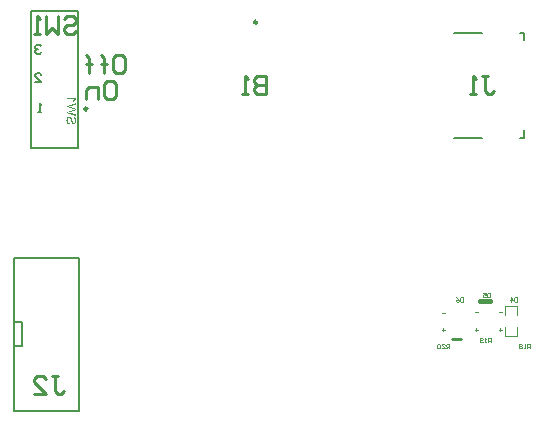
<source format=gbo>
G04*
G04 #@! TF.GenerationSoftware,Altium Limited,CircuitMaker,2.2.1 (2.2.1.6)*
G04*
G04 Layer_Color=13813960*
%FSAX24Y24*%
%MOIN*%
G70*
G04*
G04 #@! TF.SameCoordinates,15A7914E-F671-45A4-99F6-4AAA3CFDCD00*
G04*
G04*
G04 #@! TF.FilePolarity,Positive*
G04*
G01*
G75*
%ADD10C,0.0098*%
%ADD11C,0.0079*%
%ADD14C,0.0100*%
%ADD16C,0.0025*%
%ADD17C,0.0050*%
%ADD117C,0.0157*%
%ADD118C,0.0032*%
G36*
X019471Y021540D02*
X019463Y021536D01*
X019456Y021531D01*
X019448Y021525D01*
X019442Y021519D01*
X019436Y021514D01*
X019432Y021509D01*
X019430Y021508D01*
X019429Y021506D01*
X019429Y021506D01*
X019428Y021505D01*
X019420Y021496D01*
X019413Y021486D01*
X019406Y021477D01*
X019401Y021467D01*
X019397Y021460D01*
X019395Y021456D01*
X019393Y021454D01*
X019392Y021451D01*
X019392Y021449D01*
X019391Y021448D01*
Y021448D01*
X019353D01*
X019356Y021455D01*
X019359Y021462D01*
X019362Y021469D01*
X019365Y021475D01*
X019368Y021481D01*
X019370Y021485D01*
X019372Y021488D01*
X019373Y021489D01*
Y021489D01*
X019378Y021497D01*
X019383Y021505D01*
X019387Y021511D01*
X019392Y021516D01*
X019395Y021521D01*
X019398Y021524D01*
X019399Y021526D01*
X019400Y021527D01*
X019150D01*
Y021566D01*
X019471D01*
Y021540D01*
D02*
G37*
G36*
X019470Y021351D02*
X019264Y021302D01*
X019250Y021298D01*
X019237Y021295D01*
X019225Y021292D01*
X019215Y021290D01*
X019210Y021289D01*
X019206Y021288D01*
X019203Y021287D01*
X019200Y021287D01*
X019198Y021286D01*
X019196D01*
X019195Y021285D01*
X019194D01*
X019215Y021282D01*
X019235Y021278D01*
X019253Y021274D01*
X019262Y021272D01*
X019271Y021270D01*
X019279Y021268D01*
X019286Y021266D01*
X019292Y021264D01*
X019297Y021263D01*
X019302Y021262D01*
X019305Y021261D01*
X019307Y021260D01*
X019308D01*
X019470Y021215D01*
Y021163D01*
X019253Y021103D01*
X019252Y021102D01*
X019249Y021101D01*
X019245Y021101D01*
X019241Y021100D01*
X019236Y021098D01*
X019231Y021097D01*
X019221Y021095D01*
X019211Y021092D01*
X019206Y021091D01*
X019203Y021090D01*
X019199Y021089D01*
X019197Y021089D01*
X019195Y021088D01*
X019194D01*
X019206Y021086D01*
X019218Y021083D01*
X019229Y021081D01*
X019239Y021079D01*
X019244Y021078D01*
X019248Y021077D01*
X019251Y021076D01*
X019254Y021076D01*
X019257Y021075D01*
X019259Y021075D01*
X019259Y021074D01*
X019260D01*
X019470Y021027D01*
Y020983D01*
X019150Y021066D01*
Y021111D01*
X019393Y021178D01*
X019399Y021180D01*
X019406Y021181D01*
X019412Y021183D01*
X019418Y021185D01*
X019423Y021186D01*
X019427Y021187D01*
X019430Y021187D01*
X019430Y021188D01*
X019431D01*
X019430Y021188D01*
X019427Y021189D01*
X019422Y021190D01*
X019416Y021192D01*
X019410Y021194D01*
X019404Y021195D01*
X019399Y021197D01*
X019396Y021197D01*
X019395Y021198D01*
X019394Y021198D01*
X019393D01*
X019150Y021265D01*
Y021307D01*
X019470Y021394D01*
Y021351D01*
D02*
G37*
G36*
X019249Y020954D02*
X019258Y020952D01*
X019266Y020950D01*
X019272Y020948D01*
X019278Y020945D01*
X019282Y020943D01*
X019284Y020941D01*
X019285Y020941D01*
X019292Y020935D01*
X019298Y020929D01*
X019304Y020922D01*
X019309Y020915D01*
X019313Y020909D01*
X019315Y020904D01*
X019316Y020902D01*
X019317Y020901D01*
X019318Y020900D01*
Y020899D01*
X019320Y020895D01*
X019321Y020891D01*
X019323Y020886D01*
X019325Y020880D01*
X019328Y020869D01*
X019331Y020857D01*
X019332Y020851D01*
X019334Y020846D01*
X019335Y020841D01*
X019336Y020837D01*
X019337Y020834D01*
X019338Y020831D01*
X019338Y020829D01*
Y020828D01*
X019340Y020819D01*
X019342Y020811D01*
X019345Y020803D01*
X019346Y020797D01*
X019349Y020791D01*
X019351Y020786D01*
X019352Y020781D01*
X019354Y020777D01*
X019356Y020774D01*
X019357Y020771D01*
X019358Y020769D01*
X019359Y020767D01*
X019361Y020765D01*
X019361Y020765D01*
X019366Y020761D01*
X019370Y020758D01*
X019375Y020755D01*
X019380Y020754D01*
X019383Y020753D01*
X019387Y020753D01*
X019388D01*
X019389D01*
X019397Y020754D01*
X019403Y020755D01*
X019409Y020758D01*
X019414Y020761D01*
X019418Y020764D01*
X019421Y020767D01*
X019423Y020769D01*
X019423Y020770D01*
X019425Y020773D01*
X019428Y020777D01*
X019431Y020786D01*
X019434Y020795D01*
X019436Y020804D01*
X019436Y020813D01*
X019437Y020816D01*
X019437Y020819D01*
Y020826D01*
X019437Y020839D01*
X019435Y020850D01*
X019432Y020859D01*
X019430Y020867D01*
X019427Y020873D01*
X019424Y020878D01*
X019422Y020880D01*
X019422Y020881D01*
X019415Y020888D01*
X019408Y020893D01*
X019401Y020897D01*
X019393Y020900D01*
X019387Y020901D01*
X019381Y020903D01*
X019379Y020903D01*
X019378Y020904D01*
X019377D01*
X019376D01*
X019380Y020944D01*
X019390Y020943D01*
X019399Y020941D01*
X019408Y020939D01*
X019415Y020936D01*
X019421Y020933D01*
X019426Y020931D01*
X019427Y020930D01*
X019429Y020929D01*
X019429Y020928D01*
X019430D01*
X019437Y020922D01*
X019444Y020916D01*
X019450Y020909D01*
X019455Y020902D01*
X019459Y020896D01*
X019461Y020891D01*
X019462Y020889D01*
X019463Y020888D01*
X019464Y020887D01*
Y020887D01*
X019467Y020876D01*
X019470Y020865D01*
X019472Y020855D01*
X019474Y020846D01*
X019475Y020837D01*
Y020834D01*
X019475Y020830D01*
Y020824D01*
X019475Y020812D01*
X019473Y020802D01*
X019472Y020791D01*
X019470Y020783D01*
X019468Y020776D01*
X019467Y020773D01*
X019466Y020770D01*
X019465Y020768D01*
X019465Y020767D01*
X019464Y020766D01*
Y020766D01*
X019460Y020756D01*
X019454Y020748D01*
X019449Y020741D01*
X019444Y020736D01*
X019439Y020731D01*
X019436Y020728D01*
X019433Y020726D01*
X019432Y020725D01*
X019432D01*
X019424Y020721D01*
X019416Y020718D01*
X019408Y020715D01*
X019401Y020714D01*
X019395Y020713D01*
X019391Y020712D01*
X019389D01*
X019387D01*
X019387D01*
X019387D01*
X019379Y020712D01*
X019371Y020714D01*
X019364Y020716D01*
X019358Y020718D01*
X019354Y020719D01*
X019350Y020721D01*
X019348Y020723D01*
X019347Y020723D01*
X019340Y020728D01*
X019334Y020733D01*
X019329Y020739D01*
X019325Y020744D01*
X019321Y020749D01*
X019319Y020753D01*
X019317Y020756D01*
X019317Y020756D01*
Y020757D01*
X019315Y020761D01*
X019313Y020765D01*
X019310Y020774D01*
X019307Y020785D01*
X019303Y020795D01*
X019301Y020804D01*
X019300Y020808D01*
X019299Y020812D01*
X019298Y020815D01*
X019297Y020817D01*
X019297Y020818D01*
Y020819D01*
X019295Y020827D01*
X019293Y020834D01*
X019291Y020840D01*
X019290Y020846D01*
X019289Y020852D01*
X019287Y020856D01*
X019286Y020860D01*
X019285Y020864D01*
X019284Y020867D01*
X019284Y020869D01*
X019282Y020873D01*
X019282Y020875D01*
X019281Y020876D01*
X019278Y020882D01*
X019275Y020889D01*
X019272Y020894D01*
X019269Y020897D01*
X019266Y020901D01*
X019265Y020902D01*
X019263Y020904D01*
X019263Y020904D01*
X019259Y020907D01*
X019254Y020910D01*
X019249Y020911D01*
X019246Y020913D01*
X019242Y020913D01*
X019239Y020913D01*
X019237D01*
X019236D01*
X019231Y020913D01*
X019226Y020912D01*
X019221Y020911D01*
X019217Y020909D01*
X019214Y020907D01*
X019211Y020906D01*
X019210Y020905D01*
X019209Y020904D01*
X019205Y020901D01*
X019201Y020896D01*
X019198Y020891D01*
X019194Y020887D01*
X019193Y020883D01*
X019191Y020880D01*
X019190Y020877D01*
X019189Y020876D01*
X019187Y020870D01*
X019185Y020862D01*
X019184Y020855D01*
X019183Y020848D01*
X019183Y020843D01*
X019182Y020838D01*
Y020834D01*
X019183Y020824D01*
X019184Y020815D01*
X019185Y020806D01*
X019187Y020799D01*
X019189Y020793D01*
X019190Y020788D01*
X019191Y020787D01*
X019191Y020785D01*
X019192Y020785D01*
Y020785D01*
X019195Y020777D01*
X019199Y020770D01*
X019204Y020765D01*
X019208Y020761D01*
X019211Y020757D01*
X019214Y020755D01*
X019216Y020753D01*
X019217Y020753D01*
X019223Y020749D01*
X019229Y020746D01*
X019236Y020744D01*
X019242Y020742D01*
X019248Y020741D01*
X019252Y020740D01*
X019254D01*
X019255Y020740D01*
X019256D01*
X019256D01*
X019253Y020700D01*
X019241Y020701D01*
X019230Y020703D01*
X019220Y020706D01*
X019211Y020709D01*
X019205Y020712D01*
X019202Y020713D01*
X019199Y020714D01*
X019198Y020716D01*
X019196Y020716D01*
X019195Y020717D01*
X019195D01*
X019186Y020724D01*
X019178Y020731D01*
X019172Y020739D01*
X019166Y020747D01*
X019162Y020753D01*
X019159Y020759D01*
X019158Y020761D01*
X019157Y020762D01*
X019157Y020763D01*
Y020763D01*
X019153Y020775D01*
X019150Y020787D01*
X019148Y020799D01*
X019146Y020810D01*
X019145Y020816D01*
X019145Y020821D01*
Y020825D01*
X019144Y020828D01*
Y020836D01*
X019145Y020848D01*
X019146Y020860D01*
X019149Y020870D01*
X019151Y020879D01*
X019153Y020887D01*
X019154Y020890D01*
X019155Y020893D01*
X019156Y020894D01*
X019156Y020896D01*
X019157Y020897D01*
Y020897D01*
X019162Y020907D01*
X019168Y020915D01*
X019174Y020923D01*
X019179Y020929D01*
X019184Y020933D01*
X019188Y020937D01*
X019191Y020939D01*
X019191Y020939D01*
X019192D01*
X019200Y020944D01*
X019209Y020948D01*
X019217Y020950D01*
X019224Y020952D01*
X019230Y020953D01*
X019235Y020954D01*
X019237D01*
X019239D01*
X019239D01*
X019240D01*
X019249Y020954D01*
D02*
G37*
D10*
X025500Y024099D02*
G03*
X025500Y024099I-000049J000000D01*
G01*
X019843Y021216D02*
G03*
X019843Y021216I-000049J000000D01*
G01*
D11*
X017650Y013300D02*
Y014100D01*
X017400Y013300D02*
X017650D01*
X017400Y014100D02*
X017650D01*
X017400Y011150D02*
X019550D01*
Y016250D01*
X017400D02*
X019550D01*
X017400Y011150D02*
Y016250D01*
X017963Y019917D02*
X019537D01*
X017963D02*
Y024483D01*
X019537D01*
Y019917D02*
Y024483D01*
X034400Y020250D02*
Y020500D01*
X034250Y020250D02*
X034400D01*
Y023500D02*
Y023750D01*
X034250D02*
X034400D01*
X032050D02*
X033000D01*
X032050Y020250D02*
X033000D01*
D14*
X032000Y013530D02*
X032300D01*
X020500Y022150D02*
X020700D01*
X020800Y022050D01*
Y021650D01*
X020700Y021550D01*
X020500D01*
X020400Y021650D01*
Y022050D01*
X020500Y022150D01*
X020200Y021550D02*
Y021950D01*
X019900D01*
X019800Y021850D01*
Y021550D01*
X020800Y023000D02*
X021000D01*
X021100Y022900D01*
Y022500D01*
X021000Y022400D01*
X020800D01*
X020700Y022500D01*
Y022900D01*
X020800Y023000D01*
X020400Y022400D02*
Y022900D01*
Y022700D01*
X020500D01*
X020300D01*
X020400D01*
Y022900D01*
X020300Y023000D01*
X019900Y022400D02*
Y022900D01*
Y022700D01*
X020000D01*
X019800D01*
X019900D01*
Y022900D01*
X019800Y023000D01*
X019050Y024200D02*
X019150Y024300D01*
X019350D01*
X019450Y024200D01*
Y024100D01*
X019350Y024000D01*
X019150D01*
X019050Y023900D01*
Y023800D01*
X019150Y023700D01*
X019350D01*
X019450Y023800D01*
X018850Y024300D02*
Y023700D01*
X018650Y023900D01*
X018450Y023700D01*
Y024300D01*
X018250Y023700D02*
X018050D01*
X018150D01*
Y024300D01*
X018250Y024200D01*
X018650Y012300D02*
X018850D01*
X018750D01*
Y011800D01*
X018850Y011700D01*
X018950D01*
X019050Y011800D01*
X018050Y011700D02*
X018450D01*
X018050Y012100D01*
Y012200D01*
X018150Y012300D01*
X018350D01*
X018450Y012200D01*
X033000Y022300D02*
X033200D01*
X033100D01*
Y021800D01*
X033200Y021700D01*
X033300D01*
X033400Y021800D01*
X032800Y021700D02*
X032600D01*
X032700D01*
Y022300D01*
X032800Y022200D01*
X025800Y022300D02*
Y021700D01*
X025500D01*
X025400Y021800D01*
Y021900D01*
X025500Y022000D01*
X025800D01*
X025500D01*
X025400Y022100D01*
Y022200D01*
X025500Y022300D01*
X025800D01*
X025200Y021700D02*
X025000D01*
X025100D01*
Y022300D01*
X025200Y022200D01*
D16*
X031650Y014400D02*
X031750D01*
X032750Y014450D02*
X032850D01*
X032750Y013850D02*
X032850D01*
X032800Y013900D02*
Y013800D01*
X033550Y014450D02*
X033650D01*
X033550Y013850D02*
X033650D01*
X033600Y013900D02*
Y013800D01*
X031650Y013850D02*
X031750D01*
X031700Y013900D02*
Y013800D01*
X031900Y013225D02*
Y013375D01*
X031825D01*
X031800Y013350D01*
Y013300D01*
X031825Y013275D01*
X031900D01*
X031850D02*
X031800Y013225D01*
X031650D02*
X031750D01*
X031650Y013325D01*
Y013350D01*
X031675Y013375D01*
X031725D01*
X031750Y013350D01*
X031600D02*
X031575Y013375D01*
X031525D01*
X031500Y013350D01*
Y013250D01*
X031525Y013225D01*
X031575D01*
X031600Y013250D01*
Y013350D01*
X033287Y013425D02*
Y013575D01*
X033212D01*
X033187Y013550D01*
Y013500D01*
X033212Y013475D01*
X033287D01*
X033237D02*
X033187Y013425D01*
X033137D02*
X033087D01*
X033112D01*
Y013575D01*
X033137Y013550D01*
X033013Y013450D02*
X032988Y013425D01*
X032938D01*
X032913Y013450D01*
Y013550D01*
X032938Y013575D01*
X032988D01*
X033013Y013550D01*
Y013525D01*
X032988Y013500D01*
X032913D01*
X034587Y013225D02*
Y013375D01*
X034512D01*
X034487Y013350D01*
Y013300D01*
X034512Y013275D01*
X034587D01*
X034537D02*
X034487Y013225D01*
X034437D02*
X034388D01*
X034413D01*
Y013375D01*
X034437Y013350D01*
X034313D02*
X034288Y013375D01*
X034238D01*
X034213Y013350D01*
Y013325D01*
X034238Y013300D01*
X034213Y013275D01*
Y013250D01*
X034238Y013225D01*
X034288D01*
X034313Y013250D01*
Y013275D01*
X034288Y013300D01*
X034313Y013325D01*
Y013350D01*
X034288Y013300D02*
X034238D01*
X032375Y014925D02*
Y014775D01*
X032300D01*
X032275Y014800D01*
Y014900D01*
X032300Y014925D01*
X032375D01*
X032125D02*
X032175Y014900D01*
X032225Y014850D01*
Y014800D01*
X032200Y014775D01*
X032150D01*
X032125Y014800D01*
Y014825D01*
X032150Y014850D01*
X032225D01*
X033275Y015075D02*
Y014925D01*
X033200D01*
X033175Y014950D01*
Y015050D01*
X033200Y015075D01*
X033275D01*
X033025D02*
X033125D01*
Y015000D01*
X033075Y015025D01*
X033050D01*
X033025Y015000D01*
Y014950D01*
X033050Y014925D01*
X033100D01*
X033125Y014950D01*
X034175Y014925D02*
Y014775D01*
X034100D01*
X034075Y014800D01*
Y014900D01*
X034100Y014925D01*
X034175D01*
X033950Y014775D02*
Y014925D01*
X034025Y014850D01*
X033925D01*
D17*
X018300Y021100D02*
X018200D01*
X018250D01*
Y021400D01*
X018300Y021350D01*
X018100Y022100D02*
X018300D01*
X018100Y022300D01*
Y022350D01*
X018150Y022400D01*
X018250D01*
X018300Y022350D01*
Y023300D02*
X018250Y023350D01*
X018150D01*
X018100Y023300D01*
Y023250D01*
X018150Y023200D01*
X018200D01*
X018150D01*
X018100Y023150D01*
Y023100D01*
X018150Y023050D01*
X018250D01*
X018300Y023100D01*
D117*
X032943Y014800D02*
X033257D01*
D118*
X034150Y013650D02*
Y013950D01*
X033750Y013650D02*
X034150D01*
X033750D02*
Y013950D01*
X034150Y014350D02*
Y014650D01*
X033750D02*
X034150D01*
X033750Y014350D02*
Y014650D01*
M02*

</source>
